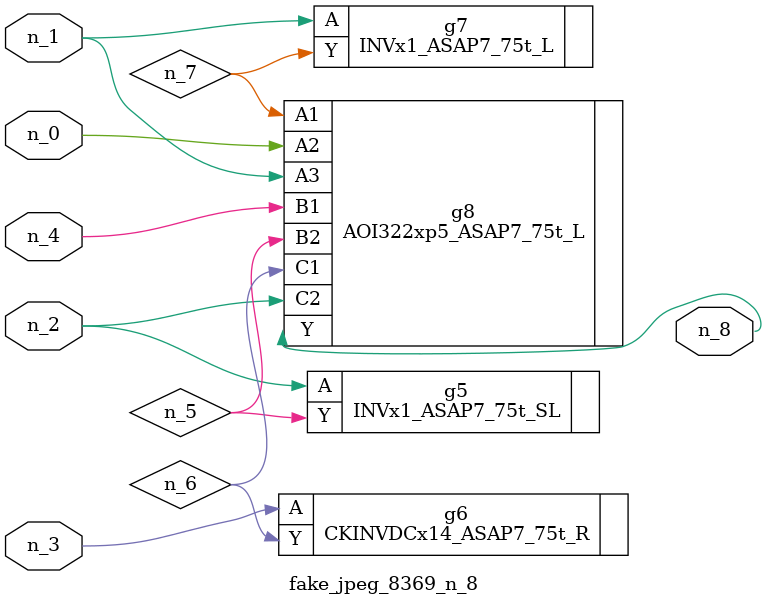
<source format=v>
module fake_jpeg_8369_n_8 (n_3, n_2, n_1, n_0, n_4, n_8);

input n_3;
input n_2;
input n_1;
input n_0;
input n_4;

output n_8;

wire n_6;
wire n_5;
wire n_7;

INVx1_ASAP7_75t_SL g5 ( 
.A(n_2),
.Y(n_5)
);

CKINVDCx14_ASAP7_75t_R g6 ( 
.A(n_3),
.Y(n_6)
);

INVx1_ASAP7_75t_L g7 ( 
.A(n_1),
.Y(n_7)
);

AOI322xp5_ASAP7_75t_L g8 ( 
.A1(n_7),
.A2(n_0),
.A3(n_1),
.B1(n_4),
.B2(n_5),
.C1(n_6),
.C2(n_2),
.Y(n_8)
);


endmodule
</source>
